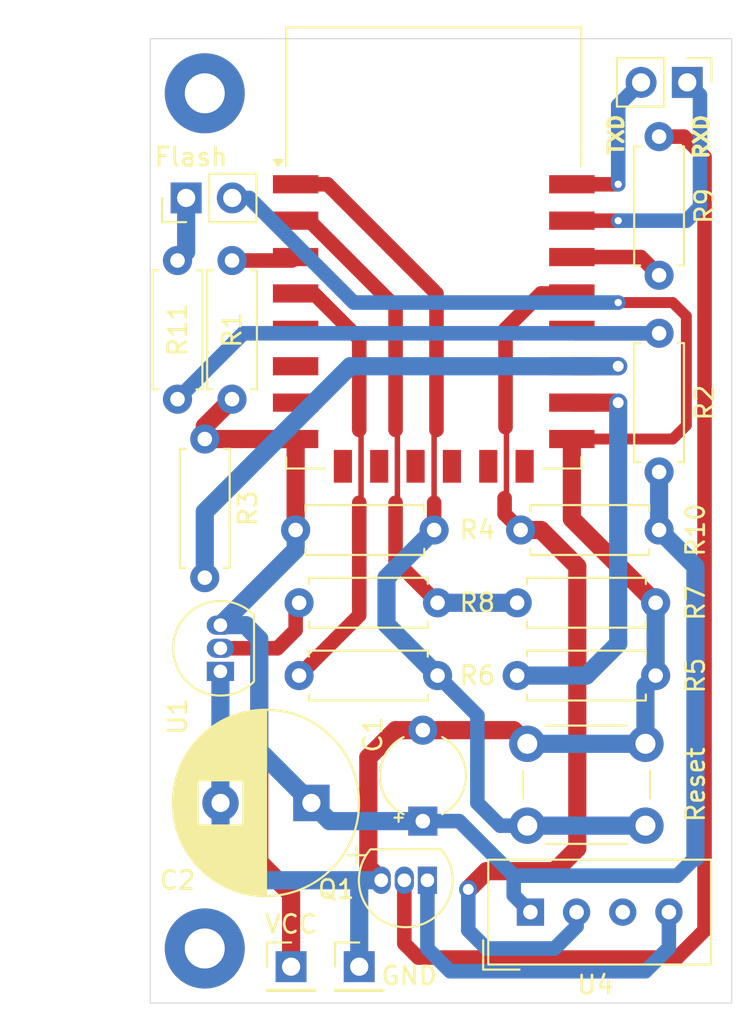
<source format=kicad_pcb>
(kicad_pcb (version 20240108) (generator "pcbnew") (generator_version "8.0")
  (title_block (title "ESP-12E battery powered temperature/humidity sensor V1") (date "2025-01-06"))
  (layers (0 "F.Cu" signal) (31 "B.Cu" signal) (34 "B.Paste" user) (35 "F.Paste" user) (36 "B.SilkS" user "B.Silkscreen") (37 "F.SilkS" user "F.Silkscreen") (38 "B.Mask" user) (39 "F.Mask" user) (44 "Edge.Cuts" user))
  (net 0 "")
  (net 1 "Net-(Q1-C)")
  (net 3 "Net-(U2-GPIO4)")
  (net 4 "Net-(U1-VO)")
  (net 5 "Net-(U2-EN)")
  (net 6 "Net-(U2-GPIO0)")
  (net 7 "Net-(U2-GPIO2)")
  (net 8 "Net-(U2-~{RST})")
  (net 9 "Net-(U2-GPIO15)")
  (net 10 "Net-(U2-GPIO16)")
  (net 11 "Net-(U2-ADC)")
  (net 12 "Net-(Q1-B)")
  (net 13 "Net-(U2-GPIO5)")
  (net 23 "GND")
  (net 24 "VCC")
  (net 25 "Net-(J1-Pin_1)")
  (net 26 "Net-(J6-Pin_1)")
  (net 27 "Net-(J6-Pin_2)")
  (footprint "Resistor_THT:R_Axial_DIN0207_L6.3mm_D2.5mm_P7.62mm_Horizontal" (layer "F.Cu") (at 151 98 180)
    (property "Reference" "R10" (at -2 0 90) (layer "F.SilkS"))
    (property "Value" "10k")
    (pad "1" thru_hole circle (at 0 0 180) (size 1.6 1.6) (drill 0.8) (layers "*.Cu" "*.Mask") (net 4 "Net-(U1-VO)"))
    (pad "2" thru_hole oval (at 7.62 0 180) (size 1.6 1.6) (drill 0.8) (layers "*.Cu" "*.Mask") (net 3 "Net-(U2-GPIO4)"))
  )
  (footprint "Capacitor_THT:CP_Radial_D10.0mm_P5.00mm" (layer "F.Cu") (at 131.867677 113 180)
    (property "Reference" "C2" (at 7.367677 -4.25 0) (layer "F.SilkS"))
    (property "Value" "1000uF")
    (pad "1" thru_hole rect (at 0 0 180) (size 2 2) (drill 1) (layers "*.Cu" "*.Mask") (net 4 "Net-(U1-VO)"))
    (pad "2" thru_hole circle (at 5 0 180) (size 2 2) (drill 1) (layers "*.Cu" "*.Mask") (net 23 "GND"))
  )
  (footprint "Package_TO_SOT_THT:TO-92_Inline" (layer "F.Cu") (at 126.86 105.77 90)
    (property "Reference" "U1" (at -2.48 -2.36 90) (layer "F.SilkS"))
    (property "Value" "MCP1700T-3302E TO")
    (pad "1" thru_hole rect (at 0 0 90) (size 1.05 1.5) (drill 0.75) (layers "*.Cu" "*.Mask") (net 23 "GND"))
    (pad "2" thru_hole oval (at 1.27 0 90) (size 1.05 1.5) (drill 0.75) (layers "*.Cu" "*.Mask") (net 24 "VCC"))
    (pad "3" thru_hole oval (at 2.54 0 90) (size 1.05 1.5) (drill 0.75) (layers "*.Cu" "*.Mask") (net 4 "Net-(U1-VO)"))
  )
  (footprint "Resistor_THT:R_Axial_DIN0207_L6.3mm_D2.5mm_P7.62mm_Horizontal" (layer "F.Cu") (at 151 94.81 90)
    (property "Reference" "R2" (at 3.81 2.5 90) (layer "F.SilkS"))
    (property "Value" "4k7")
    (pad "1" thru_hole circle (at 0 0 90) (size 1.6 1.6) (drill 0.8) (layers "*.Cu" "*.Mask") (net 4 "Net-(U1-VO)"))
    (pad "2" thru_hole oval (at 7.62 0 90) (size 1.6 1.6) (drill 0.8) (layers "*.Cu" "*.Mask") (net 6 "Net-(U2-GPIO0)"))
  )
  (footprint "Package_TO_SOT_THT:TO-92L_Inline" (layer "F.Cu") (at 138.25 117.25 180)
    (property "Reference" "Q1" (at 5.02 -0.5 0) (layer "F.SilkS"))
    (property "Value" "NPN C547C")
    (pad "1" thru_hole rect (at 0 0 180) (size 1.05 1.5) (drill 0.75) (layers "*.Cu" "*.Mask") (net 1 "Net-(Q1-C)"))
    (pad "2" thru_hole oval (at 1.27 0 180) (size 1.05 1.5) (drill 0.75) (layers "*.Cu" "*.Mask") (net 12 "Net-(Q1-B)"))
    (pad "3" thru_hole oval (at 2.54 0 180) (size 1.05 1.5) (drill 0.75) (layers "*.Cu" "*.Mask") (net 23 "GND"))
  )
  (footprint "Resistor_THT:R_Axial_DIN0207_L6.3mm_D2.5mm_P7.62mm_Horizontal" (layer "F.Cu") (at 143.19 106)
    (property "Reference" "R5" (at 9.81 0 90) (layer "F.SilkS"))
    (property "Value" "2k2")
    (pad "1" thru_hole circle (at 0 0) (size 1.6 1.6) (drill 0.8) (layers "*.Cu" "*.Mask") (net 9 "Net-(U2-GPIO15)"))
    (pad "2" thru_hole oval (at 7.62 0) (size 1.6 1.6) (drill 0.8) (layers "*.Cu" "*.Mask") (net 23 "GND"))
  )
  (footprint "Resistor_THT:R_Axial_DIN0207_L6.3mm_D2.5mm_P7.62mm_Horizontal" (layer "F.Cu") (at 131.19 102)
    (property "Reference" "R8" (at 9.81 0 0) (layer "F.SilkS"))
    (property "Value" "220k")
    (pad "1" thru_hole circle (at 0 0) (size 1.6 1.6) (drill 0.8) (layers "*.Cu" "*.Mask") (net 24 "VCC"))
    (pad "2" thru_hole oval (at 7.62 0) (size 1.6 1.6) (drill 0.8) (layers "*.Cu" "*.Mask") (net 11 "Net-(U2-ADC)"))
  )
  (footprint "MountingHole:MountingHole_2.2mm_M2_Pad" (layer "F.Cu") (at 126 74)
    (property "Reference" "REF**" (hide yes))
    (property "Value" "MountingHole_2.2mm_M2_Pad")
    (pad "1" thru_hole circle (at 0 0) (size 4.4 4.4) (drill 2.2) (layers "*.Cu" "*.Mask"))
  )
  (footprint "Resistor_THT:R_Axial_DIN0207_L6.3mm_D2.5mm_P7.62mm_Horizontal" (layer "F.Cu") (at 143.19 102)
    (property "Reference" "R7" (at 9.81 0 90) (layer "F.SilkS"))
    (property "Value" "68k")
    (pad "1" thru_hole circle (at 0 0) (size 1.6 1.6) (drill 0.8) (layers "*.Cu" "*.Mask") (net 11 "Net-(U2-ADC)"))
    (pad "2" thru_hole oval (at 7.62 0) (size 1.6 1.6) (drill 0.8) (layers "*.Cu" "*.Mask") (net 23 "GND"))
  )
  (footprint "Capacitor_THT:CP_Radial_Tantal_D4.5mm_P5.00mm" (layer "F.Cu") (at 138 114 90)
    (property "Reference" "C1" (at 4.75 -2.75 90) (layer "F.SilkS"))
    (property "Value" "100n")
    (pad "1" thru_hole rect (at 0 0 90) (size 1.6 1.6) (drill 0.8) (layers "*.Cu" "*.Mask") (net 4 "Net-(U1-VO)"))
    (pad "2" thru_hole circle (at 5 0 90) (size 1.6 1.6) (drill 0.8) (layers "*.Cu" "*.Mask") (net 23 "GND"))
  )
  (footprint "Resistor_THT:R_Axial_DIN0207_L6.3mm_D2.5mm_P7.62mm_Horizontal" (layer "F.Cu") (at 126 93 -90)
    (property "Reference" "R3" (at 3.81 -2.37 90) (layer "F.SilkS"))
    (property "Value" "4k7")
    (pad "1" thru_hole circle (at 0 0 270) (size 1.6 1.6) (drill 0.8) (layers "*.Cu" "*.Mask") (net 4 "Net-(U1-VO)"))
    (pad "2" thru_hole oval (at 7.62 0 270) (size 1.6 1.6) (drill 0.8) (layers "*.Cu" "*.Mask") (net 7 "Net-(U2-GPIO2)"))
  )
  (footprint "Resistor_THT:R_Axial_DIN0207_L6.3mm_D2.5mm_P7.62mm_Horizontal" (layer "F.Cu") (at 138.81 106 180)
    (property "Reference" "R6" (at -2.19 0 0) (layer "F.SilkS"))
    (property "Value" "150R")
    (pad "1" thru_hole circle (at 0 0 180) (size 1.6 1.6) (drill 0.8) (layers "*.Cu" "*.Mask") (net 8 "Net-(U2-~{RST})"))
    (pad "2" thru_hole oval (at 7.62 0 180) (size 1.6 1.6) (drill 0.8) (layers "*.Cu" "*.Mask") (net 10 "Net-(U2-GPIO16)"))
  )
  (footprint "Resistor_THT:R_Axial_DIN0207_L6.3mm_D2.5mm_P7.62mm_Horizontal" (layer "F.Cu") (at 127.5 90.81 90)
    (property "Reference" "R1" (at 3.81 0 90) (layer "F.SilkS"))
    (property "Value" "10k")
    (pad "1" thru_hole circle (at 0 0 90) (size 1.6 1.6) (drill 0.8) (layers "*.Cu" "*.Mask") (net 4 "Net-(U1-VO)"))
    (pad "2" thru_hole oval (at 7.62 0 90) (size 1.6 1.6) (drill 0.8) (layers "*.Cu" "*.Mask") (net 5 "Net-(U2-EN)"))
  )
  (footprint "Button_Switch_THT:SW_PUSH_6mm_H4.3mm" (layer "F.Cu") (at 143.75 109.75)
    (property "Reference" "Reset" (at 9.25 2.25 90) (layer "F.SilkS"))
    (property "Value" "Reset")
    (pad "1" thru_hole circle (at 0 0 90) (size 2 2) (drill 1.1) (layers "*.Cu" "*.Mask") (net 23 "GND"))
    (pad "1" thru_hole circle (at 6.5 0 90) (size 2 2) (drill 1.1) (layers "*.Cu" "*.Mask") (net 23 "GND"))
    (pad "2" thru_hole circle (at 0 4.5 90) (size 2 2) (drill 1.1) (layers "*.Cu" "*.Mask") (net 8 "Net-(U2-~{RST})"))
    (pad "2" thru_hole circle (at 6.5 4.5 90) (size 2 2) (drill 1.1) (layers "*.Cu" "*.Mask") (net 8 "Net-(U2-~{RST})"))
  )
  (footprint "Connector_PinHeader_2.54mm:PinHeader_1x02_P2.54mm_Vertical" (layer "F.Cu") (at 124.975 79.75 90)
    (property "Reference" "Flash" (at 2.25 0.275 0) (layer "F.SilkS"))
    (property "Value" "Close for Flash")
    (pad "1" thru_hole rect (at 0 0 90) (size 1.7 1.7) (drill 1) (layers "*.Cu" "*.Mask") (net 25 "Net-(J1-Pin_1)"))
    (pad "2" thru_hole oval (at 0 2.54 90) (size 1.7 1.7) (drill 1) (layers "*.Cu" "*.Mask") (net 23 "GND"))
  )
  (footprint "Resistor_THT:R_Axial_DIN0207_L6.3mm_D2.5mm_P7.62mm_Horizontal" (layer "F.Cu") (at 131 98)
    (property "Reference" "R4" (at 10 0 0) (layer "F.SilkS"))
    (property "Value" "4k7")
    (pad "1" thru_hole circle (at 0 0) (size 1.6 1.6) (drill 0.8) (layers "*.Cu" "*.Mask") (net 4 "Net-(U1-VO)"))
    (pad "2" thru_hole oval (at 7.62 0) (size 1.6 1.6) (drill 0.8) (layers "*.Cu" "*.Mask") (net 8 "Net-(U2-~{RST})"))
  )
  (footprint "Connector_PinHeader_2.54mm:PinHeader_1x01_P2.54mm_Vertical" (layer "F.Cu") (at 134.5 122)
    (property "Reference" "GND" (at 2.75 0.5 0) (layer "F.SilkS"))
    (property "Value" "GND")
    (pad "1" thru_hole rect (at 0 0) (size 1.7 1.7) (drill 1) (layers "*.Cu" "*.Mask") (net 23 "GND"))
  )
  (footprint "Sensor:Aosong_DHT11_5.5x12.0_P2.54mm" (layer "F.Cu") (at 143.92 119 90)
    (property "Reference" "U4" (at -4 3.58 0) (layer "F.SilkS"))
    (property "Value" "DHT11")
    (pad "1" thru_hole rect (at 0 0 90) (size 1.5 1.5) (drill 0.8) (layers "*.Cu" "*.Mask") (net 4 "Net-(U1-VO)"))
    (pad "2" thru_hole circle (at 0 2.54 90) (size 1.5 1.5) (drill 0.8) (layers "*.Cu" "*.Mask") (net 3 "Net-(U2-GPIO4)"))
    (pad "3" thru_hole circle (at 0 5.08 90) (size 1.5 1.5) (drill 0.8) (layers "*.Cu" "*.Mask"))
    (pad "4" thru_hole circle (at 0 7.62 90) (size 1.5 1.5) (drill 0.8) (layers "*.Cu" "*.Mask") (net 1 "Net-(Q1-C)"))
  )
  (footprint "MountingHole:MountingHole_2.2mm_M2_Pad" (layer "F.Cu") (at 126 121)
    (property "Reference" "REF**" (hide yes))
    (property "Value" "MountingHole_2.2mm_M2_Pad")
    (pad "1" thru_hole circle (at 0 0) (size 4.4 4.4) (drill 2.2) (layers "*.Cu" "*.Mask"))
  )
  (footprint "RF_Module:ESP-12E" (layer "F.Cu") (at 138.6 82.5)
    (property "Reference" "U2" (hide yes))
    (property "Value" "ESP-12E")
    (pad "1" smd rect (at -7.6 -3.5) (size 2.5 1) (layers "F.Cu" "F.Paste" "F.Mask") (net 8 "Net-(U2-~{RST})"))
    (pad "2" smd rect (at -7.6 -1.5) (size 2.5 1) (layers "F.Cu" "F.Paste" "F.Mask") (net 11 "Net-(U2-ADC)"))
    (pad "3" smd rect (at -7.6 0.5) (size 2.5 1) (layers "F.Cu" "F.Paste" "F.Mask") (net 5 "Net-(U2-EN)"))
    (pad "4" smd rect (at -7.6 2.5) (size 2.5 1) (layers "F.Cu" "F.Paste" "F.Mask") (net 10 "Net-(U2-GPIO16)"))
    (pad "5" smd rect (at -7.6 4.5) (size 2.5 1) (layers "F.Cu" "F.Paste" "F.Mask"))
    (pad "6" smd rect (at -7.6 6.5) (size 2.5 1) (layers "F.Cu" "F.Paste" "F.Mask"))
    (pad "7" smd rect (at -7.6 8.5) (size 2.5 1) (layers "F.Cu" "F.Paste" "F.Mask"))
    (pad "8" smd rect (at -7.6 10.5) (size 2.5 1) (layers "F.Cu" "F.Paste" "F.Mask") (net 4 "Net-(U1-VO)"))
    (pad "9" smd rect (at -5 12) (size 1 1.8) (layers "F.Cu" "F.Paste" "F.Mask"))
    (pad "10" smd rect (at -3 12) (size 1 1.8) (layers "F.Cu" "F.Paste" "F.Mask"))
    (pad "11" smd rect (at -1 12) (size 1 1.8) (layers "F.Cu" "F.Paste" "F.Mask"))
    (pad "12" smd rect (at 1 12) (size 1 1.8) (layers "F.Cu" "F.Paste" "F.Mask"))
    (pad "13" smd rect (at 3 12) (size 1 1.8) (layers "F.Cu" "F.Paste" "F.Mask"))
    (pad "14" smd rect (at 5 12) (size 1 1.8) (layers "F.Cu" "F.Paste" "F.Mask"))
    (pad "15" smd rect (at 7.6 10.5) (size 2.5 1) (layers "F.Cu" "F.Paste" "F.Mask") (net 23 "GND"))
    (pad "16" smd rect (at 7.6 8.5) (size 2.5 1) (layers "F.Cu" "F.Paste" "F.Mask") (net 9 "Net-(U2-GPIO15)"))
    (pad "17" smd rect (at 7.6 6.5) (size 2.5 1) (layers "F.Cu" "F.Paste" "F.Mask") (net 7 "Net-(U2-GPIO2)"))
    (pad "18" smd rect (at 7.6 4.5) (size 2.5 1) (layers "F.Cu" "F.Paste" "F.Mask") (net 6 "Net-(U2-GPIO0)"))
    (pad "19" smd rect (at 7.6 2.5) (size 2.5 1) (layers "F.Cu" "F.Paste" "F.Mask") (net 3 "Net-(U2-GPIO4)"))
    (pad "20" smd rect (at 7.6 0.5) (size 2.5 1) (layers "F.Cu" "F.Paste" "F.Mask") (net 13 "Net-(U2-GPIO5)"))
    (pad "21" smd rect (at 7.6 -1.5) (size 2.5 1) (layers "F.Cu" "F.Paste" "F.Mask") (net 26 "Net-(J6-Pin_1)"))
    (pad "22" smd rect (at 7.6 -3.5) (size 2.5 1) (layers "F.Cu" "F.Paste" "F.Mask") (net 27 "Net-(J6-Pin_2)"))
  )
  (footprint "Resistor_THT:R_Axial_DIN0207_L6.3mm_D2.5mm_P7.62mm_Horizontal" (layer "F.Cu") (at 151 84 90)
    (property "Reference" "R9" (at 3.81 2.5 90) (layer "F.SilkS"))
    (property "Value" "10k")
    (pad "1" thru_hole circle (at 0 0 90) (size 1.6 1.6) (drill 0.8) (layers "*.Cu" "*.Mask") (net 13 "Net-(U2-GPIO5)"))
    (pad "2" thru_hole oval (at 7.62 0 90) (size 1.6 1.6) (drill 0.8) (layers "*.Cu" "*.Mask") (net 12 "Net-(Q1-B)"))
  )
  (footprint "Connector_PinHeader_2.54mm:PinHeader_1x02_P2.54mm_Vertical" (layer "F.Cu") (at 152.55 73.4 -90)
    (property "Reference" "J6" (hide yes))
    (property "Value" "TXD RXD")
    (pad "1" thru_hole rect (at 0 0 270) (size 1.7 1.7) (drill 1) (layers "*.Cu" "*.Mask") (net 26 "Net-(J6-Pin_1)"))
    (pad "2" thru_hole oval (at 0 2.54 270) (size 1.7 1.7) (drill 1) (layers "*.Cu" "*.Mask") (net 27 "Net-(J6-Pin_2)"))
  )
  (footprint "Resistor_THT:R_Axial_DIN0207_L6.3mm_D2.5mm_P7.62mm_Horizontal" (layer "F.Cu") (at 124.5 90.81 90)
    (property "Reference" "R11" (at 3.81 0 90) (layer "F.SilkS"))
    (property "Value" "120R")
    (pad "1" thru_hole circle (at 0 0 90) (size 1.6 1.6) (drill 0.8) (layers "*.Cu" "*.Mask") (net 6 "Net-(U2-GPIO0)"))
    (pad "2" thru_hole oval (at 7.62 0 90) (size 1.6 1.6) (drill 0.8) (layers "*.Cu" "*.Mask") (net 25 "Net-(J1-Pin_1)"))
  )
  (footprint "Connector_PinHeader_2.54mm:PinHeader_1x01_P2.54mm_Vertical" (layer "F.Cu") (at 130.75 122)
    (property "Reference" "VCC" (at 0 -2.33 0) (layer "F.SilkS"))
    (property "Value" "VCC")
    (pad "1" thru_hole rect (at 0 0) (size 1.7 1.7) (drill 1) (layers "*.Cu" "*.Mask") (net 24 "VCC"))
  )
  (gr_rect (start 123 71) (end 155 124) (stroke (width 0.05)) (fill none) (layer "Edge.Cuts"))
  (gr_text "TXD" (at 149.1 77.5 90) (layer "F.SilkS") (effects (font (size 0.8 0.8) (thickness 0.2) (bold yes)) (justify left bottom)))
  (gr_text "RXD" (at 153.8 77.7 90) (layer "F.SilkS") (effects (font (size 0.8 0.8) (thickness 0.2) (bold yes)) (justify left bottom)))
  (segment (start 138.25 121) (end 138.25 117.25) (width 0.8) (layer "B.Cu") (net 1))
  (segment (start 151.54 119) (end 151.54 120.96) (width 0.8) (layer "B.Cu") (net 1))
  (segment (start 139.5 122.25) (end 138.25 121) (width 0.8) (layer "B.Cu") (net 1))
  (segment (start 150.25 122.25) (end 139.5 122.25) (width 0.8) (layer "B.Cu") (net 1))
  (segment (start 151.54 120.96) (end 150.25 122.25) (width 0.8) (layer "B.Cu") (net 1))
  (segment (start 140.5 117.75) (end 141.5 116.75) (width 1) (layer "F.Cu") (net 3))
  (segment (start 142.5 97.12) (end 142.5 96.25) (width 0.8) (layer "F.Cu") (net 3))
  (segment (start 146.5 118.96) (end 146.46 119) (width 0.6) (layer "F.Cu") (net 3))
  (segment (start 141.5 116.75) (end 145.25 116.75) (width 1) (layer "F.Cu") (net 3))
  (segment (start 144.5 85) (end 145.45 85) (width 0.8) (layer "F.Cu") (net 3))
  (segment (start 146.5 115.5) (end 146.5 100) (width 1) (layer "F.Cu") (net 3))
  (segment (start 142.55 86.95) (end 144.5 85) (width 0.8) (layer "F.Cu") (net 3))
  (segment (start 142.55 92.35) (end 142.55 86.95) (width 0.8) (layer "F.Cu") (net 3))
  (segment (start 143.38 98) (end 142.5 97.12) (width 0.8) (layer "F.Cu") (net 3))
  (segment (start 142.6 92.7) (end 142.6 96.15) (width 0.3) (layer "F.Cu") (net 3))
  (segment (start 145.25 116.75) (end 146.5 115.5) (width 1) (layer "F.Cu") (net 3))
  (segment (start 142.6 96.15) (end 142.5 96.25) (width 0.3) (layer "F.Cu") (net 3))
  (segment (start 144.5 98) (end 143.38 98) (width 1) (layer "F.Cu") (net 3))
  (segment (start 146.5 100) (end 144.5 98) (width 1) (layer "F.Cu") (net 3))
  (segment (start 145.45 85) (end 146.2 85) (width 0.2) (layer "F.Cu") (net 3))
  (via (at 140.5 117.75) (size 1) (drill 0.6) (layers "F.Cu" "B.Cu") (net 3))
  (segment (start 140.5 117.75) (end 140.5 120) (width 0.8) (layer "B.Cu") (net 3))
  (segment (start 145.25 121) (end 146.46 119.79) (width 0.8) (layer "B.Cu") (net 3))
  (segment (start 140.5 120) (end 141.5 121) (width 0.8) (layer "B.Cu") (net 3))
  (segment (start 141.5 121) (end 145.25 121) (width 0.8) (layer "B.Cu") (net 3))
  (segment (start 146.46 119.79) (end 146.46 119) (width 0.8) (layer "B.Cu") (net 3))
  (segment (start 131 98) (end 131 93) (width 1) (layer "F.Cu") (net 4))
  (segment (start 126 93) (end 131 93) (width 1) (layer "F.Cu") (net 4))
  (segment (start 126 92.31) (end 126 93) (width 1) (layer "F.Cu") (net 4))
  (segment (start 127.5 90.81) (end 126 92.31) (width 1) (layer "F.Cu") (net 4))
  (segment (start 151 94.81) (end 151 98) (width 1) (layer "B.Cu") (net 4))
  (segment (start 131.867677 113) (end 129 110.132323) (width 1) (layer "B.Cu") (net 4))
  (segment (start 140 114) (end 143 117) (width 0.8) (layer "B.Cu") (net 4))
  (segment (start 143 117) (end 143 118.08) (width 0.8) (layer "B.Cu") (net 4))
  (segment (start 153 100) (end 153 116) (width 1) (layer "B.Cu") (net 4))
  (segment (start 129 104) (end 128.5 103.5) (width 1) (layer "B.Cu") (net 4))
  (segment (start 138 114) (end 140 114) (width 0.8) (layer "B.Cu") (net 4))
  (segment (start 132.867677 114) (end 131.867677 113) (width 1) (layer "B.Cu") (net 4))
  (segment (start 152 117) (end 153 116) (width 0.8) (layer "B.Cu") (net 4))
  (segment (start 138 114) (end 132.867677 114) (width 1) (layer "B.Cu") (net 4))
  (segment (start 128.27 103.23) (end 126.86 103.23) (width 1) (layer "B.Cu") (net 4))
  (segment (start 131 99.09) (end 126.86 103.23) (width 1) (layer "B.Cu") (net 4))
  (segment (start 143 117) (end 152 117) (width 0.8) (layer "B.Cu") (net 4))
  (segment (start 131 98) (end 131 99.09) (width 1) (layer "B.Cu") (net 4))
  (segment (start 143 118.08) (end 143.92 119) (width 0.8) (layer "B.Cu") (net 4))
  (segment (start 129 110.132323) (end 129 104) (width 1) (layer "B.Cu") (net 4))
  (segment (start 151 98) (end 153 100) (width 1) (layer "B.Cu") (net 4))
  (segment (start 128.5 103.46) (end 128.27 103.23) (width 0.8) (layer "B.Cu") (net 4))
  (segment (start 127.5 83.19) (end 130.81 83.19) (width 0.8) (layer "F.Cu") (net 5))
  (segment (start 130.81 83.19) (end 131 83) (width 0.2) (layer "F.Cu") (net 5))
  (segment (start 146.39 87.19) (end 146.2 87) (width 0.2) (layer "F.Cu") (net 6))
  (segment (start 151 87.19) (end 146.39 87.19) (width 0.8) (layer "F.Cu") (net 6))
  (segment (start 128.12 87.19) (end 124.5 90.81) (width 0.8) (layer "B.Cu") (net 6))
  (segment (start 151 87.19) (end 128.12 87.19) (width 0.8) (layer "B.Cu") (net 6))
  (segment (start 148.75 89) (end 146.2 89) (width 1) (layer "F.Cu") (net 7))
  (via (at 148.75 89) (size 1) (drill 0.6) (layers "F.Cu" "B.Cu") (net 7))
  (segment (start 134 89) (end 148.75 89) (width 1) (layer "B.Cu") (net 7))
  (segment (start 126 100.62) (end 126 97) (width 1) (layer "B.Cu") (net 7))
  (segment (start 126 97) (end 134 89) (width 1) (layer "B.Cu") (net 7))
  (segment (start 131.75 79) (end 131 79) (width 0.2) (layer "F.Cu") (net 8))
  (segment (start 136.25 82.5) (end 138.62 84.87) (width 0.8) (layer "F.Cu") (net 8))
  (segment (start 136.25 82.5) (end 132.75 79) (width 0.8) (layer "F.Cu") (net 8))
  (segment (start 138.62 96.5) (end 138.62 92.63) (width 0.3) (layer "F.Cu") (net 8))
  (segment (start 132.75 79) (end 131 79) (width 0.8) (layer "F.Cu") (net 8))
  (segment (start 138.75 85) (end 138.75 92.5) (width 0.8) (layer "F.Cu") (net 8))
  (segment (start 138.62 84.87) (end 138.75 85) (width 0.3) (layer "F.Cu") (net 8))
  (segment (start 138.62 98) (end 138.62 96.5) (width 0.8) (layer "F.Cu") (net 8))
  (segment (start 136 100.62) (end 138.62 98) (width 1) (layer "B.Cu") (net 8))
  (segment (start 138.81 106) (end 141 108.19) (width 0.8) (layer "B.Cu") (net 8))
  (segment (start 141 108.19) (end 141 113) (width 0.8) (layer "B.Cu") (net 8))
  (segment (start 150.25 114.25) (end 143.75 114.25) (width 1) (layer "B.Cu") (net 8))
  (segment (start 138.75 97.87) (end 138.62 98) (width 1) (layer "B.Cu") (net 8))
  (segment (start 142.25 114.25) (end 143.75 114.25) (width 0.8) (layer "B.Cu") (net 8))
  (segment (start 138.81 106) (end 136 103.19) (width 1) (layer "B.Cu") (net 8))
  (segment (start 136 103.19) (end 136 100.62) (width 1) (layer "B.Cu") (net 8))
  (segment (start 141 113) (end 142.25 114.25) (width 0.8) (layer "B.Cu") (net 8))
  (segment (start 148.75 91) (end 146.2 91) (width 1) (layer "F.Cu") (net 9))
  (via (at 148.75 91) (size 1) (drill 0.6) (layers "F.Cu" "B.Cu") (net 9))
  (segment (start 148.75 91) (end 148.75 104.25) (width 1) (layer "B.Cu") (net 9))
  (segment (start 148.75 104.25) (end 147 106) (width 1) (layer "B.Cu") (net 9))
  (segment (start 147 106) (end 143.19 106) (width 1) (layer "B.Cu") (net 9))
  (segment (start 132 85) (end 131 85) (width 0.3) (layer "F.Cu") (net 10))
  (segment (start 134.6 96.4) (end 134.5 96.5) (width 0.3) (layer "F.Cu") (net 10))
  (segment (start 134.5 96.5) (end 134.5 102.69) (width 0.8) (layer "F.Cu") (net 10))
  (segment (start 134.5 92.5) (end 134.5 87.5) (width 0.8) (layer "F.Cu") (net 10))
  (segment (start 134.6 92.6) (end 134.6 96.4) (width 0.3) (layer "F.Cu") (net 10))
  (segment (start 134.5 102.69) (end 134.4 102.79) (width 0.3) (layer "F.Cu") (net 10))
  (segment (start 134.5 87.5) (end 132 85) (width 0.8) (layer "F.Cu") (net 10))
  (segment (start 134.4 102.79) (end 131.19 106) (width 0.8) (layer "F.Cu") (net 10))
  (segment (start 136.5 85.75) (end 131.75 81) (width 0.8) (layer "F.Cu") (net 11))
  (segment (start 136.6 96.4) (end 136.5 96.5) (width 0.3) (layer "F.Cu") (net 11))
  (segment (start 136.5 85.75) (end 136.5 92.5) (width 0.8) (layer "F.Cu") (net 11))
  (segment (start 131.75 81) (end 131 81) (width 0.8) (layer "F.Cu") (net 11))
  (segment (start 136.56 99.75) (end 136.5 99.75) (width 0.3) (layer "F.Cu") (net 11))
  (segment (start 136.5 99.75) (end 136.5 96.5) (width 0.8) (layer "F.Cu") (net 11))
  (segment (start 136.6 92.6) (end 136.6 96.4) (width 0.3) (layer "F.Cu") (net 11))
  (segment (start 138.81 102) (end 136.56 99.75) (width 0.8) (layer "F.Cu") (net 11))
  (segment (start 138.81 102) (end 143.19 102) (width 1) (layer "B.Cu") (net 11))
  (segment (start 152.38 76.38) (end 151 76.38) (width 0.8) (layer "F.Cu") (net 12))
  (segment (start 152 121.5) (end 153.5 120) (width 0.8) (layer "F.Cu") (net 12))
  (segment (start 153.5 77.5) (end 152.38 76.38) (width 0.8) (layer "F.Cu") (net 12))
  (segment (start 136.98 120.73) (end 137.75 121.5) (width 0.8) (layer "F.Cu") (net 12))
  (segment (start 136.98 117.25) (end 136.98 120.73) (width 0.8) (layer "F.Cu") (net 12))
  (segment (start 137.75 121.5) (end 152 121.5) (width 0.8) (layer "F.Cu") (net 12))
  (segment (start 153.5 120) (end 153.5 77.5) (width 0.8) (layer "F.Cu") (net 12))
  (segment (start 150 83) (end 146.2 83) (width 0.8) (layer "F.Cu") (net 13))
  (segment (start 151 84) (end 150 83) (width 0.8) (layer "F.Cu") (net 13))
  (segment (start 152.5 92.25) (end 151.75 93) (width 0.6) (layer "F.Cu") (net 23))
  (segment (start 126.867677 105.777677) (end 126.86 105.77) (width 1) (layer "F.Cu") (net 23))
  (segment (start 148.75 85.5) (end 151.75 85.5) (width 0.6) (layer "F.Cu") (net 23))
  (segment (start 150.81 102) (end 146.2 97.39) (width 1) (layer "F.Cu") (net 23))
  (segment (start 143.5 109.5) (end 143 109) (width 1) (layer "F.Cu") (net 23))
  (segment (start 151.75 85.5) (end 152.5 86.25) (width 0.6) (layer "F.Cu") (net 23))
  (segment (start 146.2 97.39) (end 146.2 93) (width 1) (layer "F.Cu") (net 23))
  (segment (start 136.5 109) (end 138 109) (width 1) (layer "F.Cu") (net 23))
  (segment (start 135 116.54) (end 135 110.5) (width 1) (layer "F.Cu") (net 23))
  (segment (start 143 109) (end 138 109) (width 1) (layer "F.Cu") (net 23))
  (segment (start 135.71 117.25) (end 135 116.54) (width 1) (layer "F.Cu") (net 23))
  (segment (start 150.25 106.56) (end 150.81 106) (width 0.2) (layer "F.Cu") (net 23))
  (segment (start 151.75 93) (end 146.2 93) (width 0.6) (layer "F.Cu") (net 23))
  (segment (start 135 110.5) (end 136.5 109) (width 1) (layer "F.Cu") (net 23))
  (segment (start 152.5 86.25) (end 152.5 92.25) (width 0.6) (layer "F.Cu") (net 23))
  (via (at 148.75 85.5) (size 0.8) (drill 0.4) (layers "F.Cu" "B.Cu") (net 23))
  (segment (start 126.86 112.992323) (end 126.867677 113) (width 0.2) (layer "B.Cu") (net 23))
  (segment (start 150.81 106) (end 150.81 102) (width 1) (layer "B.Cu") (net 23))
  (segment (start 129.117677 117.25) (end 134.5 117.25) (width 1) (layer "B.Cu") (net 23))
  (segment (start 150.25 109.75) (end 150.25 106.56) (width 1) (layer "B.Cu") (net 23))
  (segment (start 143.75 109.75) (end 150.25 109.75) (width 1) (layer "B.Cu") (net 23))
  (segment (start 126.867677 113) (end 126.867677 115) (width 1) (layer "B.Cu") (net 23))
  (segment (start 134.2 85.5) (end 148.75 85.5) (width 0.8) (layer "B.Cu") (net 23))
  (segment (start 134.5 117.25) (end 135.71 117.25) (width 1) (layer "B.Cu") (net 23))
  (segment (start 134.5 122) (end 134.5 117.25) (width 1) (layer "B.Cu") (net 23))
  (segment (start 126.86 105.77) (end 126.86 112.992323) (width 1) (layer "B.Cu") (net 23))
  (segment (start 127.515 79.75) (end 128.45 79.75) (width 0.8) (layer "B.Cu") (net 23))
  (segment (start 128.45 79.75) (end 134.2 85.5) (width 0.8) (layer "B.Cu") (net 23))
  (segment (start 126.867677 115) (end 129.117677 117.25) (width 1) (layer "B.Cu") (net 23))
  (segment (start 130.75 118) (end 130.75 122) (width 1) (layer "F.Cu") (net 24))
  (segment (start 131 102.19) (end 131 103.5) (width 0.8) (layer "F.Cu") (net 24))
  (segment (start 129 104.5) (end 126.86 104.5) (width 0.8) (layer "F.Cu") (net 24))
  (segment (start 130 104.5) (end 129 104.5) (width 0.8) (layer "F.Cu") (net 24))
  (segment (start 131 103.5) (end 130 104.5) (width 0.8) (layer "F.Cu") (net 24))
  (segment (start 129 104.5) (end 129 116.25) (width 1) (layer "F.Cu") (net 24))
  (segment (start 129 116.25) (end 130.75 118) (width 1) (layer "F.Cu") (net 24))
  (segment (start 131.19 102) (end 131 102.19) (width 0.8) (layer "B.Cu") (net 24))
  (segment (start 124.975 79.75) (end 124.975 82.715) (width 1) (layer "B.Cu") (net 25))
  (segment (start 124.975 82.715) (end 124.5 83.19) (width 1) (layer "B.Cu") (net 25))
  (segment (start 148.75 81) (end 146.2 81) (width 0.8) (layer "F.Cu") (net 26))
  (via (at 148.75 81) (size 0.8) (drill 0.4) (layers "F.Cu" "B.Cu") (net 26))
  (segment (start 152.5 81) (end 148.75 81) (width 0.8) (layer "B.Cu") (net 26))
  (segment (start 152.55 73.4) (end 153.25 74.1) (width 0.8) (layer "B.Cu") (net 26))
  (segment (start 153.25 80.25) (end 152.5 81) (width 0.8) (layer "B.Cu") (net 26))
  (segment (start 153.25 74.1) (end 153.25 80.25) (width 0.8) (layer "B.Cu") (net 26))
  (segment (start 148.75 79) (end 146.2 79) (width 0.8) (layer "F.Cu") (net 27))
  (via (at 148.75 79) (size 0.8) (drill 0.4) (layers "F.Cu" "B.Cu") (net 27))
  (segment (start 150.01 73.4) (end 149.6 73.4) (width 0.2) (layer "B.Cu") (net 27))
  (segment (start 149.6 73.4) (end 149.25 73.75) (width 0.2) (layer "B.Cu") (net 27))
  (segment (start 148.75 74.66) (end 148.75 79) (width 0.8) (layer "B.Cu") (net 27))
  (segment (start 150.01 73.4) (end 148.75 74.66) (width 0.8) (layer "B.Cu") (net 27))
)
</source>
